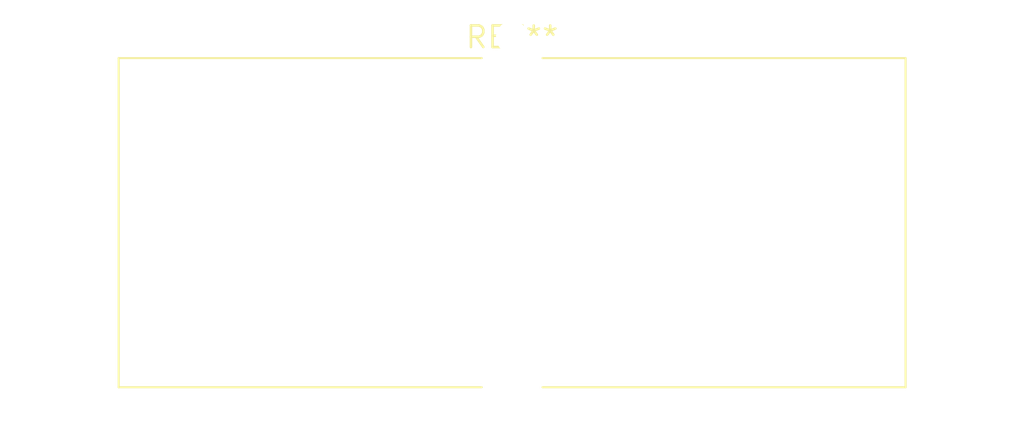
<source format=kicad_pcb>
(kicad_pcb (version 20240108) (generator pcbnew)
  (layers (0 "F.Cu" signal) (31 "B.Cu" signal) (34 "B.Paste" user) (35 "F.Paste" user) (36 "B.SilkS" user "B.Silkscreen") (37 "F.SilkS" user "F.Silkscreen") (38 "B.Mask" user) (39 "F.Mask" user) (44 "Edge.Cuts" user))
  (net 0 "")
  (footprint "L_Toroid_Vertical_L46.0mm_W19.1mm_P21.80mm_Bourns_5700" (layer "F.Cu") (at 0 0)
    (property "Reference" "REF**")
    (property "Value" "L_Toroid_Vertical_L46.0mm_W19.1mm_P21.80mm_Bourns_5700")
    (fp_line (start -23.12 1.23) (end -23.12 20.57) (layer "F.SilkS") (stroke (width 0.12)))
    (fp_line (start -23.12 1.23) (end -1.785 1.23) (layer "F.SilkS") (stroke (width 0.12)))
    (fp_line (start -23.12 20.57) (end -1.785 20.57) (layer "F.SilkS") (stroke (width 0.12)))
    (fp_line (start 1.785 1.23) (end 23.12 1.23) (layer "F.SilkS") (stroke (width 0.12)))
    (fp_line (start 1.785 20.57) (end 23.12 20.57) (layer "F.SilkS") (stroke (width 0.12)))
    (fp_line (start 23.12 1.23) (end 23.12 20.57) (layer "F.SilkS") (stroke (width 0.12)))
    (pad "1" thru_hole circle (at 0 0) (size 3.8 3.8) (drill 1.9) (layers *.Cu *.Mask) (remove_unused_layers))
    (pad "2" thru_hole circle (at 0 21.8) (size 3.8 3.8) (drill 1.9) (layers *.Cu *.Mask) (remove_unused_layers))
  )
)
</source>
